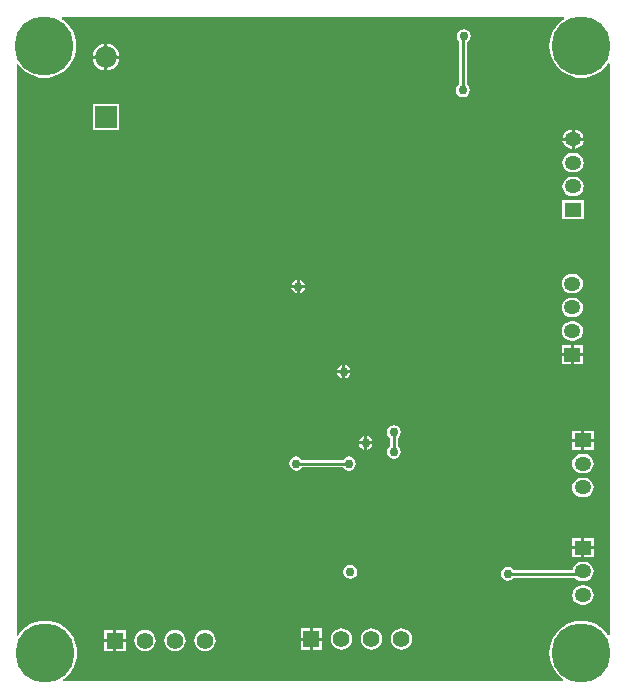
<source format=gbl>
%FSLAX25Y25*%
%MOIN*%
G70*
G01*
G75*
G04 Layer_Physical_Order=2*
G04 Layer_Color=8421376*
%ADD10R,0.03937X0.07874*%
%ADD11R,0.03543X0.03740*%
%ADD12R,0.03937X0.05709*%
%ADD13R,0.03740X0.03543*%
%ADD14O,0.02000X0.04000*%
%ADD15R,0.02000X0.04000*%
%ADD16O,0.01181X0.07087*%
%ADD17O,0.07087X0.01181*%
%ADD18O,0.02400X0.08000*%
%ADD19C,0.01000*%
%ADD20C,0.05512*%
%ADD21R,0.05512X0.05512*%
%ADD22O,0.05512X0.04724*%
%ADD23R,0.05512X0.04724*%
%ADD24C,0.07284*%
%ADD25R,0.07284X0.07284*%
%ADD26C,0.19685*%
%ADD27C,0.03000*%
G36*
X514305Y603693D02*
X513725Y603338D01*
X512451Y602250D01*
X511363Y600976D01*
X510488Y599548D01*
X509847Y598000D01*
X509456Y596372D01*
X509325Y594702D01*
X509456Y593032D01*
X509847Y591403D01*
X510488Y589855D01*
X511363Y588427D01*
X512451Y587153D01*
X513725Y586065D01*
X515154Y585190D01*
X516701Y584549D01*
X518330Y584158D01*
X520000Y584026D01*
X521670Y584158D01*
X523299Y584549D01*
X524847Y585190D01*
X526275Y586065D01*
X527549Y587153D01*
X528637Y588427D01*
X528893Y588846D01*
X529375Y588710D01*
Y398393D01*
X528893Y398257D01*
X528637Y398676D01*
X527549Y399950D01*
X526275Y401038D01*
X524847Y401913D01*
X523299Y402555D01*
X521670Y402946D01*
X520000Y403077D01*
X518330Y402946D01*
X516701Y402555D01*
X515154Y401913D01*
X513725Y401038D01*
X512451Y399950D01*
X511363Y398676D01*
X510488Y397248D01*
X509847Y395701D01*
X509456Y394072D01*
X509325Y392402D01*
X509456Y390732D01*
X509847Y389103D01*
X510488Y387555D01*
X511363Y386127D01*
X512451Y384853D01*
X513725Y383765D01*
X513983Y383607D01*
X513848Y383125D01*
X347352Y383125D01*
X347217Y383607D01*
X347475Y383765D01*
X348749Y384853D01*
X349837Y386127D01*
X350712Y387555D01*
X351353Y389103D01*
X351744Y390732D01*
X351875Y392402D01*
X351744Y394072D01*
X351353Y395701D01*
X350712Y397248D01*
X349837Y398676D01*
X348749Y399950D01*
X347475Y401038D01*
X346046Y401913D01*
X344499Y402555D01*
X342870Y402946D01*
X341200Y403077D01*
X339530Y402946D01*
X337901Y402555D01*
X336353Y401913D01*
X334925Y401038D01*
X333651Y399950D01*
X332563Y398676D01*
X332207Y398094D01*
X331726Y398230D01*
Y588547D01*
X332207Y588682D01*
X332363Y588427D01*
X333451Y587153D01*
X334725Y586065D01*
X336154Y585190D01*
X337701Y584549D01*
X339330Y584158D01*
X341000Y584026D01*
X342670Y584158D01*
X344299Y584549D01*
X345847Y585190D01*
X347275Y586065D01*
X348549Y587153D01*
X349637Y588427D01*
X350512Y589855D01*
X351153Y591403D01*
X351544Y593032D01*
X351675Y594702D01*
X351544Y596372D01*
X351153Y598000D01*
X350512Y599548D01*
X349637Y600976D01*
X348549Y602250D01*
X347275Y603338D01*
X346695Y603693D01*
X346831Y604175D01*
X514169D01*
X514305Y603693D01*
D02*
G37*
%LPC*%
G36*
X520000Y430573D02*
X516944D01*
Y427911D01*
X520000D01*
Y430573D01*
D02*
G37*
G36*
X520884Y450752D02*
X520096D01*
X519271Y450644D01*
X518501Y450325D01*
X517841Y449818D01*
X517334Y449158D01*
X517015Y448388D01*
X516907Y447563D01*
X517015Y446737D01*
X517334Y445968D01*
X517841Y445308D01*
X518501Y444801D01*
X519271Y444482D01*
X520096Y444374D01*
X520884D01*
X521709Y444482D01*
X522478Y444801D01*
X523139Y445308D01*
X523646Y445968D01*
X523964Y446737D01*
X524073Y447563D01*
X523964Y448388D01*
X523646Y449158D01*
X523139Y449818D01*
X522478Y450325D01*
X521709Y450644D01*
X520884Y450752D01*
D02*
G37*
G36*
X524056Y430573D02*
X521000D01*
Y427911D01*
X524056D01*
Y430573D01*
D02*
G37*
G36*
X520894Y422726D02*
X520106D01*
X519281Y422618D01*
X518511Y422299D01*
X517851Y421792D01*
X517344Y421132D01*
X517026Y420363D01*
X516994Y420125D01*
X497281D01*
X497058Y420458D01*
X496297Y420967D01*
X495400Y421145D01*
X494503Y420967D01*
X493742Y420458D01*
X493233Y419697D01*
X493055Y418800D01*
X493233Y417903D01*
X493742Y417142D01*
X494503Y416633D01*
X495400Y416455D01*
X496297Y416633D01*
X497058Y417142D01*
X497281Y417475D01*
X517703D01*
X517851Y417282D01*
X518511Y416775D01*
X519281Y416456D01*
X520106Y416348D01*
X520894D01*
X521719Y416456D01*
X522488Y416775D01*
X523149Y417282D01*
X523656Y417942D01*
X523975Y418712D01*
X524083Y419537D01*
X523975Y420363D01*
X523656Y421132D01*
X523149Y421792D01*
X522488Y422299D01*
X521719Y422618D01*
X520894Y422726D01*
D02*
G37*
G36*
X443000Y421745D02*
X442103Y421567D01*
X441342Y421058D01*
X440833Y420297D01*
X440655Y419400D01*
X440833Y418503D01*
X441342Y417742D01*
X442103Y417233D01*
X443000Y417055D01*
X443897Y417233D01*
X444658Y417742D01*
X445167Y418503D01*
X445345Y419400D01*
X445167Y420297D01*
X444658Y421058D01*
X443897Y421567D01*
X443000Y421745D01*
D02*
G37*
G36*
X524056Y426911D02*
X521000D01*
Y424249D01*
X524056D01*
Y426911D01*
D02*
G37*
G36*
X520000D02*
X516944D01*
Y424249D01*
X520000D01*
Y426911D01*
D02*
G37*
G36*
X520884Y458627D02*
X520096D01*
X519271Y458518D01*
X518501Y458199D01*
X517841Y457692D01*
X517334Y457032D01*
X517015Y456262D01*
X516907Y455437D01*
X517015Y454611D01*
X517334Y453842D01*
X517841Y453182D01*
X518501Y452675D01*
X519271Y452356D01*
X520096Y452247D01*
X520884D01*
X521709Y452356D01*
X522478Y452675D01*
X523139Y453182D01*
X523646Y453842D01*
X523964Y454611D01*
X524073Y455437D01*
X523964Y456262D01*
X523646Y457032D01*
X523139Y457692D01*
X522478Y458199D01*
X521709Y458518D01*
X520884Y458627D01*
D02*
G37*
G36*
X447600Y461900D02*
X445854D01*
X445933Y461503D01*
X446442Y460742D01*
X447203Y460233D01*
X447600Y460154D01*
Y461900D01*
D02*
G37*
G36*
X450346D02*
X448600D01*
Y460154D01*
X448997Y460233D01*
X449758Y460742D01*
X450267Y461503D01*
X450346Y461900D01*
D02*
G37*
G36*
X447600Y464646D02*
X447203Y464567D01*
X446442Y464058D01*
X445933Y463297D01*
X445854Y462900D01*
X447600D01*
Y464646D01*
D02*
G37*
G36*
X524046Y462811D02*
X520990D01*
Y460149D01*
X524046D01*
Y462811D01*
D02*
G37*
G36*
X442500Y457845D02*
X441603Y457667D01*
X440842Y457158D01*
X440620Y456825D01*
X426881D01*
X426658Y457158D01*
X425897Y457667D01*
X425000Y457845D01*
X424103Y457667D01*
X423342Y457158D01*
X422833Y456397D01*
X422655Y455500D01*
X422833Y454603D01*
X423342Y453842D01*
X424103Y453333D01*
X425000Y453155D01*
X425897Y453333D01*
X426658Y453842D01*
X426881Y454175D01*
X440620D01*
X440842Y453842D01*
X441603Y453333D01*
X442500Y453155D01*
X443397Y453333D01*
X444158Y453842D01*
X444667Y454603D01*
X444845Y455500D01*
X444667Y456397D01*
X444158Y457158D01*
X443397Y457667D01*
X442500Y457845D01*
D02*
G37*
G36*
X457500Y468345D02*
X456603Y468167D01*
X455842Y467658D01*
X455333Y466897D01*
X455155Y466000D01*
X455333Y465103D01*
X455842Y464342D01*
X456175Y464119D01*
Y461380D01*
X455842Y461158D01*
X455333Y460397D01*
X455155Y459500D01*
X455333Y458603D01*
X455842Y457842D01*
X456603Y457333D01*
X457500Y457155D01*
X458397Y457333D01*
X459158Y457842D01*
X459667Y458603D01*
X459845Y459500D01*
X459667Y460397D01*
X459158Y461158D01*
X458825Y461380D01*
Y464119D01*
X459158Y464342D01*
X459667Y465103D01*
X459845Y466000D01*
X459667Y466897D01*
X459158Y467658D01*
X458397Y468167D01*
X457500Y468345D01*
D02*
G37*
G36*
X519990Y462811D02*
X516934D01*
Y460149D01*
X519990D01*
Y462811D01*
D02*
G37*
G36*
X368056Y396000D02*
X365000D01*
Y392944D01*
X368056D01*
Y396000D01*
D02*
G37*
G36*
X440000Y400587D02*
X439072Y400464D01*
X438207Y400106D01*
X437464Y399536D01*
X436894Y398793D01*
X436536Y397928D01*
X436413Y397000D01*
X436536Y396072D01*
X436894Y395207D01*
X437464Y394464D01*
X438207Y393894D01*
X439072Y393536D01*
X440000Y393413D01*
X440928Y393536D01*
X441793Y393894D01*
X442536Y394464D01*
X443106Y395207D01*
X443464Y396072D01*
X443587Y397000D01*
X443464Y397928D01*
X443106Y398793D01*
X442536Y399536D01*
X441793Y400106D01*
X440928Y400464D01*
X440000Y400587D01*
D02*
G37*
G36*
X450000D02*
X449072Y400464D01*
X448207Y400106D01*
X447464Y399536D01*
X446894Y398793D01*
X446536Y397928D01*
X446413Y397000D01*
X446536Y396072D01*
X446894Y395207D01*
X447464Y394464D01*
X448207Y393894D01*
X449072Y393536D01*
X450000Y393413D01*
X450928Y393536D01*
X451793Y393894D01*
X452536Y394464D01*
X453106Y395207D01*
X453464Y396072D01*
X453587Y397000D01*
X453464Y397928D01*
X453106Y398793D01*
X452536Y399536D01*
X451793Y400106D01*
X450928Y400464D01*
X450000Y400587D01*
D02*
G37*
G36*
X364000Y396000D02*
X360944D01*
Y392944D01*
X364000D01*
Y396000D01*
D02*
G37*
G36*
X374500Y400087D02*
X373572Y399964D01*
X372707Y399606D01*
X371964Y399036D01*
X371394Y398293D01*
X371036Y397428D01*
X370913Y396500D01*
X371036Y395572D01*
X371394Y394707D01*
X371964Y393964D01*
X372707Y393394D01*
X373572Y393036D01*
X374500Y392913D01*
X375428Y393036D01*
X376293Y393394D01*
X377036Y393964D01*
X377606Y394707D01*
X377964Y395572D01*
X378087Y396500D01*
X377964Y397428D01*
X377606Y398293D01*
X377036Y399036D01*
X376293Y399606D01*
X375428Y399964D01*
X374500Y400087D01*
D02*
G37*
G36*
X384500D02*
X383572Y399964D01*
X382707Y399606D01*
X381964Y399036D01*
X381394Y398293D01*
X381036Y397428D01*
X380913Y396500D01*
X381036Y395572D01*
X381394Y394707D01*
X381964Y393964D01*
X382707Y393394D01*
X383572Y393036D01*
X384500Y392913D01*
X385428Y393036D01*
X386293Y393394D01*
X387036Y393964D01*
X387606Y394707D01*
X387964Y395572D01*
X388087Y396500D01*
X387964Y397428D01*
X387606Y398293D01*
X387036Y399036D01*
X386293Y399606D01*
X385428Y399964D01*
X384500Y400087D01*
D02*
G37*
G36*
X394500D02*
X393572Y399964D01*
X392707Y399606D01*
X391964Y399036D01*
X391394Y398293D01*
X391036Y397428D01*
X390913Y396500D01*
X391036Y395572D01*
X391394Y394707D01*
X391964Y393964D01*
X392707Y393394D01*
X393572Y393036D01*
X394500Y392913D01*
X395428Y393036D01*
X396293Y393394D01*
X397036Y393964D01*
X397606Y394707D01*
X397964Y395572D01*
X398087Y396500D01*
X397964Y397428D01*
X397606Y398293D01*
X397036Y399036D01*
X396293Y399606D01*
X395428Y399964D01*
X394500Y400087D01*
D02*
G37*
G36*
X460000Y400587D02*
X459072Y400464D01*
X458207Y400106D01*
X457464Y399536D01*
X456894Y398793D01*
X456536Y397928D01*
X456413Y397000D01*
X456536Y396072D01*
X456894Y395207D01*
X457464Y394464D01*
X458207Y393894D01*
X459072Y393536D01*
X460000Y393413D01*
X460928Y393536D01*
X461793Y393894D01*
X462536Y394464D01*
X463106Y395207D01*
X463464Y396072D01*
X463587Y397000D01*
X463464Y397928D01*
X463106Y398793D01*
X462536Y399536D01*
X461793Y400106D01*
X460928Y400464D01*
X460000Y400587D01*
D02*
G37*
G36*
X429500Y400556D02*
X426444D01*
Y397500D01*
X429500D01*
Y400556D01*
D02*
G37*
G36*
X433556D02*
X430500D01*
Y397500D01*
X433556D01*
Y400556D01*
D02*
G37*
G36*
X520894Y414853D02*
X520106D01*
X519281Y414744D01*
X518511Y414425D01*
X517851Y413918D01*
X517344Y413258D01*
X517026Y412489D01*
X516917Y411663D01*
X517026Y410838D01*
X517344Y410068D01*
X517851Y409408D01*
X518511Y408901D01*
X519281Y408582D01*
X520106Y408473D01*
X520894D01*
X521719Y408582D01*
X522488Y408901D01*
X523149Y409408D01*
X523656Y410068D01*
X523975Y410838D01*
X524083Y411663D01*
X523975Y412489D01*
X523656Y413258D01*
X523149Y413918D01*
X522488Y414425D01*
X521719Y414744D01*
X520894Y414853D01*
D02*
G37*
G36*
X368056Y400056D02*
X365000D01*
Y397000D01*
X368056D01*
Y400056D01*
D02*
G37*
G36*
X429500Y396500D02*
X426444D01*
Y393444D01*
X429500D01*
Y396500D01*
D02*
G37*
G36*
X433556D02*
X430500D01*
Y393444D01*
X433556D01*
Y396500D01*
D02*
G37*
G36*
X364000Y400056D02*
X360944D01*
Y397000D01*
X364000D01*
Y400056D01*
D02*
G37*
G36*
X448600Y464646D02*
Y462900D01*
X450346D01*
X450267Y463297D01*
X449758Y464058D01*
X448997Y464567D01*
X448600Y464646D01*
D02*
G37*
G36*
X517594Y558953D02*
X516806D01*
X515981Y558844D01*
X515212Y558525D01*
X514551Y558018D01*
X514044Y557358D01*
X513726Y556589D01*
X513617Y555763D01*
X513726Y554938D01*
X514044Y554168D01*
X514551Y553508D01*
X515212Y553001D01*
X515981Y552682D01*
X516806Y552573D01*
X517594D01*
X518419Y552682D01*
X519188Y553001D01*
X519849Y553508D01*
X520356Y554168D01*
X520675Y554938D01*
X520783Y555763D01*
X520675Y556589D01*
X520356Y557358D01*
X519849Y558018D01*
X519188Y558525D01*
X518419Y558844D01*
X517594Y558953D01*
D02*
G37*
G36*
X516700Y563137D02*
X513683D01*
X513726Y562812D01*
X514044Y562042D01*
X514551Y561382D01*
X515211Y560875D01*
X515981Y560556D01*
X516700Y560462D01*
Y563137D01*
D02*
G37*
G36*
X520717D02*
X517700D01*
Y560462D01*
X518419Y560556D01*
X519188Y560875D01*
X519849Y561382D01*
X520356Y562042D01*
X520675Y562812D01*
X520717Y563137D01*
D02*
G37*
G36*
X517594Y551079D02*
X516806D01*
X515981Y550970D01*
X515212Y550651D01*
X514551Y550144D01*
X514044Y549484D01*
X513726Y548714D01*
X513617Y547889D01*
X513726Y547063D01*
X514044Y546294D01*
X514551Y545634D01*
X515212Y545127D01*
X515981Y544808D01*
X516806Y544699D01*
X517594D01*
X518419Y544808D01*
X519188Y545127D01*
X519849Y545634D01*
X520356Y546294D01*
X520675Y547063D01*
X520783Y547889D01*
X520675Y548714D01*
X520356Y549484D01*
X519849Y550144D01*
X519188Y550651D01*
X518419Y550970D01*
X517594Y551079D01*
D02*
G37*
G36*
X425100Y516746D02*
X424703Y516667D01*
X423942Y516158D01*
X423433Y515397D01*
X423354Y515000D01*
X425100D01*
Y516746D01*
D02*
G37*
G36*
X426100D02*
Y515000D01*
X427846D01*
X427767Y515397D01*
X427258Y516158D01*
X426497Y516667D01*
X426100Y516746D01*
D02*
G37*
G36*
X520756Y543177D02*
X513644D01*
Y536853D01*
X520756D01*
Y543177D01*
D02*
G37*
G36*
X516700Y566813D02*
X515981Y566718D01*
X515211Y566399D01*
X514551Y565892D01*
X514044Y565232D01*
X513726Y564463D01*
X513683Y564137D01*
X516700D01*
Y566813D01*
D02*
G37*
G36*
X365914Y590500D02*
X362000D01*
Y586586D01*
X362660Y586673D01*
X363740Y587120D01*
X364668Y587832D01*
X365380Y588760D01*
X365827Y589841D01*
X365914Y590500D01*
D02*
G37*
G36*
X361000Y595414D02*
X360340Y595327D01*
X359260Y594880D01*
X358332Y594168D01*
X357620Y593240D01*
X357173Y592160D01*
X357086Y591500D01*
X361000D01*
Y595414D01*
D02*
G37*
G36*
X362000D02*
Y591500D01*
X365914D01*
X365827Y592160D01*
X365380Y593240D01*
X364668Y594168D01*
X363740Y594880D01*
X362660Y595327D01*
X362000Y595414D01*
D02*
G37*
G36*
X361000Y590500D02*
X357086D01*
X357173Y589841D01*
X357620Y588760D01*
X358332Y587832D01*
X359260Y587120D01*
X360340Y586673D01*
X361000Y586586D01*
Y590500D01*
D02*
G37*
G36*
X517700Y566813D02*
Y564137D01*
X520717D01*
X520675Y564463D01*
X520356Y565232D01*
X519849Y565892D01*
X519188Y566399D01*
X518419Y566718D01*
X517700Y566813D01*
D02*
G37*
G36*
X365942Y575442D02*
X357058D01*
Y566558D01*
X365942D01*
Y575442D01*
D02*
G37*
G36*
X480740Y600345D02*
X479843Y600167D01*
X479082Y599658D01*
X478574Y598897D01*
X478395Y598000D01*
X478574Y597103D01*
X479082Y596342D01*
X479175Y596280D01*
Y581881D01*
X478842Y581658D01*
X478333Y580897D01*
X478155Y580000D01*
X478333Y579103D01*
X478842Y578342D01*
X479603Y577833D01*
X480500Y577655D01*
X481397Y577833D01*
X482158Y578342D01*
X482667Y579103D01*
X482845Y580000D01*
X482667Y580897D01*
X482158Y581658D01*
X481825Y581881D01*
Y595959D01*
X482398Y596342D01*
X482907Y597103D01*
X483085Y598000D01*
X482907Y598897D01*
X482398Y599658D01*
X481638Y600167D01*
X480740Y600345D01*
D02*
G37*
G36*
X440200Y488346D02*
X439803Y488267D01*
X439042Y487758D01*
X438533Y486997D01*
X438454Y486600D01*
X440200D01*
Y488346D01*
D02*
G37*
G36*
X441200D02*
Y486600D01*
X442946D01*
X442867Y486997D01*
X442358Y487758D01*
X441597Y488267D01*
X441200Y488346D01*
D02*
G37*
G36*
X516500Y491315D02*
X513444D01*
Y488653D01*
X516500D01*
Y491315D01*
D02*
G37*
G36*
X442946Y485600D02*
X441200D01*
Y483854D01*
X441597Y483933D01*
X442358Y484442D01*
X442867Y485203D01*
X442946Y485600D01*
D02*
G37*
G36*
X519990Y466473D02*
X516934D01*
Y463811D01*
X519990D01*
Y466473D01*
D02*
G37*
G36*
X524046D02*
X520990D01*
Y463811D01*
X524046D01*
Y466473D01*
D02*
G37*
G36*
X440200Y485600D02*
X438454D01*
X438533Y485203D01*
X439042Y484442D01*
X439803Y483933D01*
X440200Y483854D01*
Y485600D01*
D02*
G37*
G36*
X520556Y491315D02*
X517500D01*
Y488653D01*
X520556D01*
Y491315D01*
D02*
G37*
G36*
X517394Y518626D02*
X516606D01*
X515781Y518518D01*
X515012Y518199D01*
X514351Y517692D01*
X513844Y517032D01*
X513525Y516262D01*
X513417Y515437D01*
X513525Y514611D01*
X513844Y513842D01*
X514351Y513182D01*
X515012Y512675D01*
X515781Y512356D01*
X516606Y512248D01*
X517394D01*
X518219Y512356D01*
X518989Y512675D01*
X519649Y513182D01*
X520156Y513842D01*
X520474Y514611D01*
X520583Y515437D01*
X520474Y516262D01*
X520156Y517032D01*
X519649Y517692D01*
X518989Y518199D01*
X518219Y518518D01*
X517394Y518626D01*
D02*
G37*
G36*
X425100Y514000D02*
X423354D01*
X423433Y513603D01*
X423942Y512842D01*
X424703Y512333D01*
X425100Y512254D01*
Y514000D01*
D02*
G37*
G36*
X427846D02*
X426100D01*
Y512254D01*
X426497Y512333D01*
X427258Y512842D01*
X427767Y513603D01*
X427846Y514000D01*
D02*
G37*
G36*
X517394Y510752D02*
X516606D01*
X515781Y510644D01*
X515012Y510325D01*
X514351Y509818D01*
X513844Y509158D01*
X513525Y508389D01*
X513417Y507563D01*
X513525Y506738D01*
X513844Y505968D01*
X514351Y505308D01*
X515012Y504801D01*
X515781Y504482D01*
X516606Y504374D01*
X517394D01*
X518219Y504482D01*
X518988Y504801D01*
X519649Y505308D01*
X520156Y505968D01*
X520474Y506738D01*
X520583Y507563D01*
X520474Y508389D01*
X520156Y509158D01*
X519649Y509818D01*
X518988Y510325D01*
X518219Y510644D01*
X517394Y510752D01*
D02*
G37*
G36*
X516500Y494977D02*
X513444D01*
Y492315D01*
X516500D01*
Y494977D01*
D02*
G37*
G36*
X520556D02*
X517500D01*
Y492315D01*
X520556D01*
Y494977D01*
D02*
G37*
G36*
X517394Y502879D02*
X516606D01*
X515781Y502770D01*
X515012Y502451D01*
X514351Y501944D01*
X513844Y501284D01*
X513525Y500515D01*
X513417Y499689D01*
X513525Y498864D01*
X513844Y498094D01*
X514351Y497434D01*
X515012Y496927D01*
X515781Y496608D01*
X516606Y496499D01*
X517394D01*
X518219Y496608D01*
X518988Y496927D01*
X519649Y497434D01*
X520156Y498094D01*
X520474Y498864D01*
X520583Y499689D01*
X520474Y500515D01*
X520156Y501284D01*
X519649Y501944D01*
X518988Y502451D01*
X518219Y502770D01*
X517394Y502879D01*
D02*
G37*
%LPD*%
D19*
X495400Y418800D02*
X520327D01*
X520390Y418737D01*
X480500Y580000D02*
Y597760D01*
X480740Y598000D01*
X425000Y455500D02*
X442500D01*
X457500Y459500D02*
Y466000D01*
D20*
X450000Y397000D02*
D03*
X440000D02*
D03*
X460000D02*
D03*
X384500Y396500D02*
D03*
X374500D02*
D03*
X394500D02*
D03*
D21*
X430000Y397000D02*
D03*
X364500Y396500D02*
D03*
D22*
X520490Y447563D02*
D03*
Y455437D02*
D03*
X520500Y411663D02*
D03*
Y419537D02*
D03*
X517200Y563637D02*
D03*
Y547889D02*
D03*
Y555763D02*
D03*
X517000Y515437D02*
D03*
Y499689D02*
D03*
Y507563D02*
D03*
D23*
X520490Y463311D02*
D03*
X520500Y427411D02*
D03*
X517200Y540015D02*
D03*
X517000Y491815D02*
D03*
D24*
X361500Y591000D02*
D03*
D25*
Y571000D02*
D03*
D26*
X341000Y594702D02*
D03*
X520000D02*
D03*
Y392402D02*
D03*
X341200D02*
D03*
D27*
X480740Y598000D02*
D03*
X457500Y466000D02*
D03*
X495400Y418800D02*
D03*
X480500Y580000D02*
D03*
X442500Y455500D02*
D03*
X425000D02*
D03*
X457500Y459500D02*
D03*
X448100Y462400D02*
D03*
X440700Y486100D02*
D03*
X425600Y514500D02*
D03*
X443000Y419400D02*
D03*
M02*

</source>
